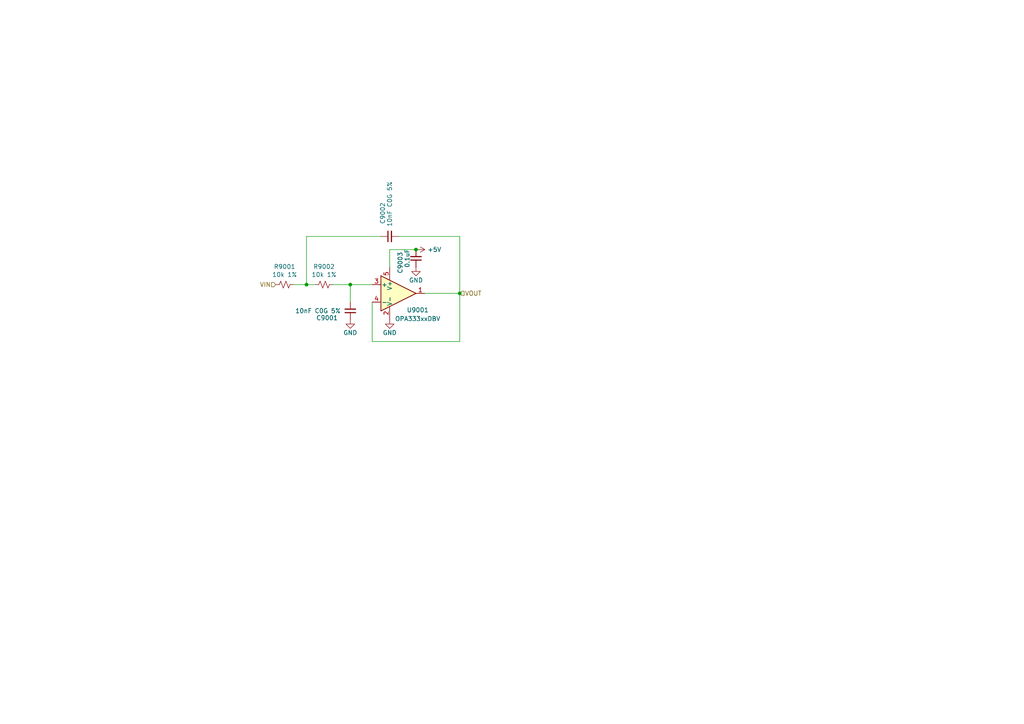
<source format=kicad_sch>
(kicad_sch (version 20231120) (generator "eeschema") (generator_version "8.0")
  (paper "A4")
  (lib_symbols
    (symbol "Amplifier_Operational:OPA333xxDBV" (pin_names (offset 0.127))
      (property "Reference" "U" (at -1.27 6.35 0))
      (property "Value" "OPA333xxDBV" (at -1.27 3.81 0))
      (symbol "OPA333xxDBV_0_1"
        (polyline (pts (xy -5.08 5.08) (xy 5.08 0) (xy -5.08 -5.08) (xy -5.08 5.08)) (stroke (width 0.254)) (fill (type background)))
        (pin power_in line (at -2.54 -7.62 90) (length 3.81) (name "V-") (number "2"))
        (pin power_in line (at -2.54 7.62 270) (length 3.81) (name "V+") (number "5"))
      )
      (symbol "OPA333xxDBV_1_1"
        (pin output line (at 7.62 0 180) (length 2.54) (name "~") (number "1"))
        (pin input line (at -7.62 2.54 0) (length 2.54) (name "+") (number "3"))
        (pin input line (at -7.62 -2.54 0) (length 2.54) (name "-") (number "4"))
      )
    )
    (symbol "Device:C_Small" (pin_numbers hide) (pin_names (offset 0.254) hide)
      (property "Reference" "C" (at 0.254 1.778 0))
      (property "Value" "C_Small" (at 0.254 -2.032 0))
      (symbol "C_Small_0_1"
        (polyline (pts (xy -1.524 -0.508) (xy 1.524 -0.508)) (stroke (width 0.3302)))
        (polyline (pts (xy -1.524 0.508) (xy 1.524 0.508)) (stroke (width 0.3048)))
      )
      (symbol "C_Small_1_1"
        (pin passive line (at 0 2.54 270) (length 2.032) (name "~") (number "1"))
        (pin passive line (at 0 -2.54 90) (length 2.032) (name "~") (number "2"))
      )
    )
    (symbol "Device:R_Small_US" (pin_numbers hide) (pin_names (offset 0.254) hide)
      (property "Reference" "R" (at 0.762 0.508 0))
      (property "Value" "R_Small_US" (at 0.762 -1.016 0))
      (symbol "R_Small_US_1_1"
        (polyline (pts (xy 0 0) (xy 1.016 -0.381) (xy 0 -0.762) (xy -1.016 -1.143) (xy 0 -1.524)))
        (polyline (pts (xy 0 1.524) (xy 1.016 1.143) (xy 0 0.762) (xy -1.016 0.381) (xy 0 0)))
        (pin passive line (at 0 2.54 270) (length 1.016) (name "~") (number "1"))
        (pin passive line (at 0 -2.54 90) (length 1.016) (name "~") (number "2"))
      )
    )
    (symbol "power:+5V" (power) (pin_numbers hide) (pin_names (offset 0) hide)
      (property "Value" "+5V" (at 0 3.556 0))
      (symbol "+5V_0_1"
        (polyline (pts (xy -0.762 1.27) (xy 0 2.54)))
        (polyline (pts (xy 0 0) (xy 0 2.54)))
        (polyline (pts (xy 0 2.54) (xy 0.762 1.27)))
      )
      (symbol "+5V_1_1"
        (pin power_in line (at 0 0 90) (length 0) (name "~") (number "1"))
      )
    )
    (symbol "power:GND" (power) (pin_names (offset 0))
      (property "Value" "GND" (at 0 -3.81 0))
      (symbol "GND_0_1"
        (polyline (pts (xy 0 0) (xy 0 -1.27) (xy 1.27 -1.27) (xy 0 -2.54) (xy -1.27 -1.27) (xy 0 -1.27)))
      )
      (symbol "GND_1_1"
        (pin power_in line (at 0 0 270) (length 0) hide (name "GND") (number "1"))
      )
    )
  )
  (junction (at 120.65 72.39))
  (junction (at 133.35 85.09))
  (junction (at 101.6 82.55))
  (junction (at 88.9 82.55))
  (wire (pts (xy 88.9 82.55) (xy 91.44 82.55)))
  (wire (pts (xy 123.19 85.09) (xy 133.35 85.09)))
  (wire (pts (xy 107.95 87.63) (xy 107.95 99.06)))
  (wire (pts (xy 85.09 82.55) (xy 88.9 82.55)))
  (wire (pts (xy 133.35 68.58) (xy 133.35 85.09)))
  (wire (pts (xy 115.57 68.58) (xy 133.35 68.58)))
  (wire (pts (xy 113.03 77.47) (xy 113.03 72.39)))
  (wire (pts (xy 96.52 82.55) (xy 101.6 82.55)))
  (wire (pts (xy 101.6 82.55) (xy 101.6 87.63)))
  (wire (pts (xy 107.95 99.06) (xy 133.35 99.06)))
  (wire (pts (xy 101.6 82.55) (xy 107.95 82.55)))
  (wire (pts (xy 88.9 68.58) (xy 88.9 82.55)))
  (wire (pts (xy 110.49 68.58) (xy 88.9 68.58)))
  (wire (pts (xy 133.35 99.06) (xy 133.35 85.09)))
  (wire (pts (xy 113.03 72.39) (xy 120.65 72.39)))
  (hierarchical_label "VIN" (shape input) (at 80.01 82.55 180))
  (hierarchical_label "VOUT" (shape input) (at 133.35 85.09 0))
  (symbol (lib_id "Device:R_Small_US") (at 82.55 82.55 90) (unit 1)
    (property "Reference" "R9001" (at 82.55 77.343 90))
    (property "Value" "10k 1%" (at 82.55 79.6544 90))
    (property "Footprint" "Resistor_SMD:R_0402_1005Metric" (effects (hide yes)))
    (property "LCSC" "C25744" (effects (hide yes)))
    (instances (project "analog_frontend_panel" (path "" (reference "R9001") (unit 1)) (path "" (reference "R27001") (unit 1)) (path "" (reference "R14001") (unit 1))))
  )
  (symbol (lib_id "power:GND") (at 113.03 92.71 0) (unit 1)
    (property "Reference" "#PWR9002" (effects (hide yes)))
    (property "Value" "GND" (at 113.03 96.52 0))
    (instances (project "analog_frontend_panel" (path "" (reference "#PWR9002") (unit 1)) (path "" (reference "#PWR27002") (unit 1)) (path "" (reference "#PWR14002") (unit 1))))
  )
  (symbol (lib_id "Device:C_Small") (at 113.03 68.58 90) (unit 1)
    (property "Reference" "C9002" (at 110.998 58.674 0) (effects (justify right)))
    (property "Value" "10nF C0G 5%" (at 113.03 52.578 0) (effects (justify right)))
    (property "Footprint" "Capacitor_SMD:C_0402_1005Metric" (effects (hide yes)))
    (property "LCSC" "C3855387" (effects (hide yes)))
    (instances (project "analog_frontend_panel" (path "" (reference "C9002") (unit 1)) (path "" (reference "C27002") (unit 1)) (path "" (reference "C14002") (unit 1))))
  )
  (symbol (lib_id "Amplifier_Operational:OPA333xxDBV") (at 115.57 85.09 0) (unit 1)
    (property "Reference" "U9001" (at 121.158 89.916 0))
    (property "Value" "OPA333xxDBV" (at 121.158 92.456 0))
    (property "Footprint" "Package_TO_SOT_SMD:SOT-23-5" (effects (hide yes)))
    (property "Datasheet" "http://www.ti.com/lit/ds/symlink/opa333.pdf" (effects (hide yes)))
    (property "Description" "Single 1.8V, microPower, CMOS Operational Amplifiers, Zero-Drift Series, SOT-23-5" (effects (hide yes)))
    (instances (project "analog_frontend_panel" (path "" (reference "U9001") (unit 1)) (path "" (reference "U27001") (unit 1)) (path "" (reference "U14001") (unit 1))))
  )
  (symbol (lib_id "power:GND") (at 120.65 77.47 0) (unit 1)
    (property "Reference" "#PWR9004" (effects (hide yes)))
    (property "Value" "GND" (at 120.65 81.28 0))
    (instances (project "analog_frontend_panel" (path "" (reference "#PWR9004") (unit 1)) (path "" (reference "#PWR27004") (unit 1)) (path "" (reference "#PWR14004") (unit 1))))
  )
  (symbol (lib_id "Device:C_Small") (at 120.65 74.93 180) (unit 1)
    (property "Reference" "C9003" (at 116.078 76.2 90))
    (property "Value" "0.1uF" (at 118.11 74.93 90))
    (property "Footprint" "Capacitor_SMD:C_0402_1005Metric" (effects (hide yes)))
    (instances (project "analog_frontend_panel" (path "" (reference "C9003") (unit 1)) (path "" (reference "C27003") (unit 1)) (path "" (reference "C14003") (unit 1))))
  )
  (symbol (lib_id "Device:R_Small_US") (at 93.98 82.55 90) (unit 1)
    (property "Reference" "R9002" (at 93.98 77.343 90))
    (property "Value" "10k 1%" (at 93.98 79.6544 90))
    (property "Footprint" "Resistor_SMD:R_0402_1005Metric" (effects (hide yes)))
    (property "LCSC" "C25744" (effects (hide yes)))
    (instances (project "analog_frontend_panel" (path "" (reference "R9002") (unit 1)) (path "" (reference "R27002") (unit 1)) (path "" (reference "R14002") (unit 1))))
  )
  (symbol (lib_id "Device:C_Small") (at 101.6 90.17 180) (unit 1)
    (property "Reference" "C9001" (at 91.694 92.202 0) (effects (justify right)))
    (property "Value" "10nF C0G 5%" (at 85.598 90.17 0) (effects (justify right)))
    (property "Footprint" "Capacitor_SMD:C_0402_1005Metric" (effects (hide yes)))
    (property "LCSC" "C3855387" (effects (hide yes)))
    (instances (project "analog_frontend_panel" (path "" (reference "C9001") (unit 1)) (path "" (reference "C27001") (unit 1)) (path "" (reference "C14001") (unit 1))))
  )
  (symbol (lib_id "power:+5V") (at 120.65 72.39 270) (unit 1)
    (property "Reference" "#PWR9003" (effects (hide yes)))
    (property "Value" "+5V" (at 123.952 72.3899 90) (effects (justify left)))
    (property "Description" "Power symbol creates a global label with name \"+5V\"" (effects (hide yes)))
    (instances (project "analog_frontend_panel" (path "" (reference "#PWR9003") (unit 1)) (path "" (reference "#PWR27003") (unit 1)) (path "" (reference "#PWR14003") (unit 1))))
  )
  (symbol (lib_id "power:GND") (at 101.6 92.71 0) (unit 1)
    (property "Reference" "#PWR9001" (effects (hide yes)))
    (property "Value" "GND" (at 101.6 96.52 0))
    (instances (project "analog_frontend_panel" (path "" (reference "#PWR9001") (unit 1)) (path "" (reference "#PWR27001") (unit 1)) (path "" (reference "#PWR14001") (unit 1))))
  )
)
</source>
